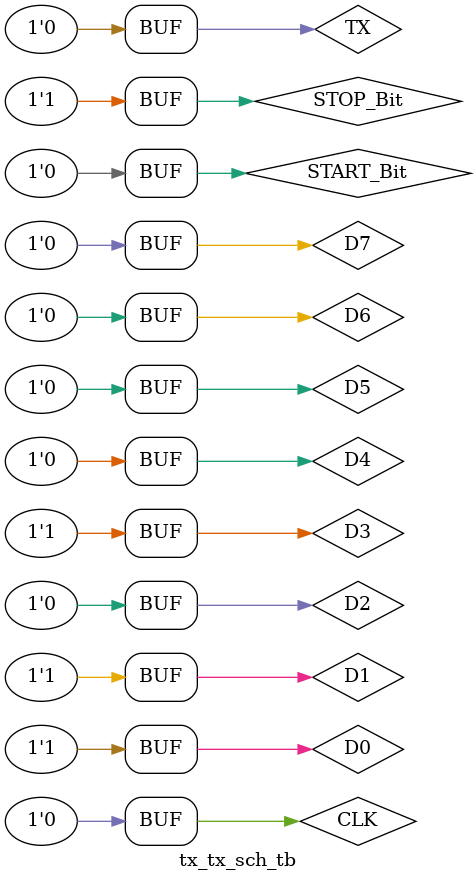
<source format=v>

`timescale 1ns / 1ps

module tx_tx_sch_tb();

// Inputs
   reg CLK;
   reg TX;
   reg D7;
   reg D6;
   reg D5;
   reg D4;
   reg D3;
   reg D2;
   reg D1;
   reg D0;
   reg START_Bit;
   reg STOP_Bit;

// Output
   wire TX_OUT;
   wire SERIAL_OUT;

// Bidirs

// Instantiate the UUT
   tx UUT (
		.TX_OUT(TX_OUT), 
		.CLK(CLK), 
		.TX(TX), 
		.SERIAL_OUT(SERIAL_OUT), 
		.D7(D7), 
		.D6(D6), 
		.D5(D5), 
		.D4(D4), 
		.D3(D3), 
		.D2(D2), 
		.D1(D1), 
		.D0(D0), 
		.START_Bit(START_Bit), 
		.STOP_Bit(STOP_Bit)
   );
// Initialize Inputs
    initial begin
		CLK = 0;
		TX = 0;
		D7 = 0;
		D6 = 0;
		D5 = 0;
		D4 = 0;
		D3 = 1;
		D2 = 0;
		D1 = 1;
		D0 = 1;
		START_Bit = 0;
		STOP_Bit = 1;
    end
	 always begin
	 #20;
	 TX=~TX;
	 end
	 always begin
	 TX=1;
	 #40;
	 TX=0;
	 #520;
	 end
endmodule

</source>
